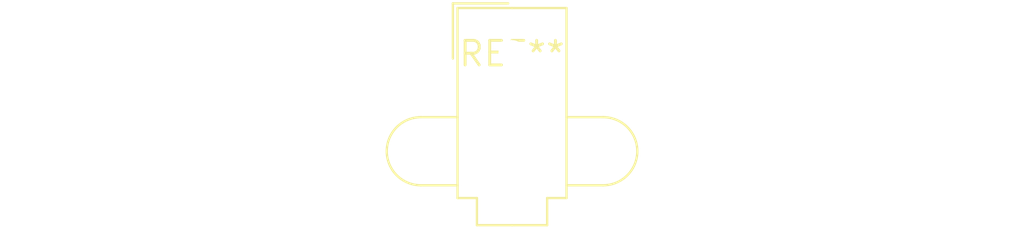
<source format=kicad_pcb>
(kicad_pcb (version 20240108) (generator pcbnew)
  (layers (0 "F.Cu" signal) (31 "B.Cu" signal) (34 "B.Paste" user) (35 "F.Paste" user) (36 "B.SilkS" user "B.Silkscreen") (37 "F.SilkS" user "F.Silkscreen") (38 "B.Mask" user) (39 "F.Mask" user) (44 "Edge.Cuts" user))
  (net 0 "")
  (footprint "Molex_Mini-Fit_Jr_5566-02A2_2x01_P4.20mm_Vertical" (layer "F.Cu") (at 0 0)
    (property "Reference" "REF**")
    (property "Value" "Molex_Mini-Fit_Jr_5566-02A2_2x01_P4.20mm_Vertical")
    (fp_line (start -4.7 3.28) (end -2.81 3.28) (layer "F.SilkS") (stroke (width 0.12)))
    (fp_line (start -4.7 6.8) (end -2.81 6.8) (layer "F.SilkS") (stroke (width 0.12)))
    (fp_line (start -3.05 -2.6) (end -3.05 0.25) (layer "F.SilkS") (stroke (width 0.12)))
    (fp_line (start -2.81 -2.36) (end -2.81 7.46) (layer "F.SilkS") (stroke (width 0.12)))
    (fp_line (start -2.81 7.46) (end -1.81 7.46) (layer "F.SilkS") (stroke (width 0.12)))
    (fp_line (start -1.81 7.46) (end -1.81 8.86) (layer "F.SilkS") (stroke (width 0.12)))
    (fp_line (start -1.81 8.86) (end 0 8.86) (layer "F.SilkS") (stroke (width 0.12)))
    (fp_line (start -0.2 -2.6) (end -3.05 -2.6) (layer "F.SilkS") (stroke (width 0.12)))
    (fp_line (start 0 -2.36) (end -2.81 -2.36) (layer "F.SilkS") (stroke (width 0.12)))
    (fp_line (start 0 -2.36) (end 2.81 -2.36) (layer "F.SilkS") (stroke (width 0.12)))
    (fp_line (start 1.81 7.46) (end 1.81 8.86) (layer "F.SilkS") (stroke (width 0.12)))
    (fp_line (start 1.81 8.86) (end 0 8.86) (layer "F.SilkS") (stroke (width 0.12)))
    (fp_line (start 2.81 -2.36) (end 2.81 7.46) (layer "F.SilkS") (stroke (width 0.12)))
    (fp_line (start 2.81 7.46) (end 1.81 7.46) (layer "F.SilkS") (stroke (width 0.12)))
    (fp_line (start 4.7 3.28) (end 2.81 3.28) (layer "F.SilkS") (stroke (width 0.12)))
    (fp_line (start 4.7 6.8) (end 2.81 6.8) (layer "F.SilkS") (stroke (width 0.12)))
    (fp_arc (start -4.7 6.8) (mid -6.46 5.04) (end -4.7 3.28) (layer "F.SilkS") (stroke (width 0.12)))
    (fp_arc (start 4.7 3.28) (mid 6.46 5.04) (end 4.7 6.8) (layer "F.SilkS") (stroke (width 0.12)))
    (pad "" np_thru_hole circle (at -4.7 5.04) (size 3 3) (drill 3) (layers *.Cu *.Mask))
    (pad "" np_thru_hole circle (at 4.7 5.04) (size 3 3) (drill 3) (layers *.Cu *.Mask))
    (pad "1" thru_hole roundrect (at 0 0) (size 2.7 3.3) (drill 1.4) (layers *.Cu *.Mask) (remove_unused_layers) (roundrect_rratio 0.092593))
    (pad "2" thru_hole oval (at 0 5.5) (size 2.7 3.3) (drill 1.4) (layers *.Cu *.Mask) (remove_unused_layers))
  )
)
</source>
